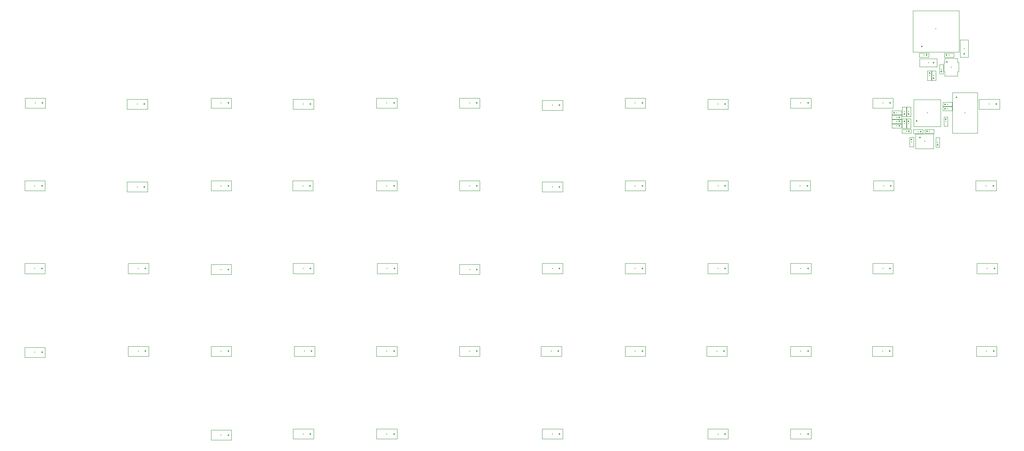
<source format=gbr>
%TF.GenerationSoftware,KiCad,Pcbnew,9.0.6*%
%TF.CreationDate,2026-01-13T21:59:34-05:00*%
%TF.ProjectId,60_keyboard,36305f6b-6579-4626-9f61-72642e6b6963,rev?*%
%TF.SameCoordinates,Original*%
%TF.FileFunction,Component,L2,Bot*%
%TF.FilePolarity,Positive*%
%FSLAX46Y46*%
G04 Gerber Fmt 4.6, Leading zero omitted, Abs format (unit mm)*
G04 Created by KiCad (PCBNEW 9.0.6) date 2026-01-13 21:59:34*
%MOMM*%
%LPD*%
G01*
G04 APERTURE LIST*
%TA.AperFunction,ComponentMain*%
%ADD10C,0.300000*%
%TD*%
%TA.AperFunction,ComponentOutline,Courtyard*%
%ADD11C,0.100000*%
%TD*%
%TA.AperFunction,ComponentPin*%
%ADD12P,0.360000X4X0.000000*%
%TD*%
%TA.AperFunction,ComponentPin*%
%ADD13C,0.100000*%
%TD*%
G04 APERTURE END LIST*
D10*
%TO.C,C14*%
%TO.CFtp,C_0402_1005Metric_Pad0.74x0.62mm_HandSolder*%
%TO.CVal,14p*%
%TO.CLbN,Capacitor_SMD*%
%TO.CMnt,SMD*%
%TO.CRot,90*%
X230400000Y-38457500D03*
D11*
X230855000Y-37372500D02*
X230855000Y-39542500D01*
X229945000Y-39542500D01*
X229945000Y-37372500D01*
X230855000Y-37372500D01*
D12*
%TO.P,C14,1*%
X230400000Y-37890000D03*
D13*
%TO.P,C14,2*%
X230400000Y-39025000D03*
%TD*%
D10*
%TO.C,C12*%
%TO.CFtp,C_0402_1005Metric_Pad0.74x0.62mm_HandSolder*%
%TO.CVal,1u*%
%TO.CLbN,Capacitor_SMD*%
%TO.CMnt,SMD*%
%TO.CRot,0*%
X227000000Y-32750000D03*
D11*
X228085000Y-32295000D02*
X228085000Y-33205000D01*
X225915000Y-33205000D01*
X225915000Y-32295000D01*
X228085000Y-32295000D01*
D12*
%TO.P,C12,1*%
X227567500Y-32750000D03*
D13*
%TO.P,C12,2*%
X226432500Y-32750000D03*
%TD*%
D10*
%TO.C,C11*%
%TO.CFtp,C_0402_1005Metric_Pad0.74x0.62mm_HandSolder*%
%TO.CVal,10u*%
%TO.CLbN,Capacitor_SMD*%
%TO.CMnt,SMD*%
%TO.CRot,0*%
X227000000Y-33750000D03*
D11*
X228085000Y-33295000D02*
X228085000Y-34205000D01*
X225915000Y-34205000D01*
X225915000Y-33295000D01*
X228085000Y-33295000D01*
D12*
%TO.P,C11,1*%
X227567500Y-33750000D03*
D13*
%TO.P,C11,2*%
X226432500Y-33750000D03*
%TD*%
D10*
%TO.C,C10*%
%TO.CFtp,C_0402_1005Metric_Pad0.74x0.62mm_HandSolder*%
%TO.CVal,0.1u*%
%TO.CLbN,Capacitor_SMD*%
%TO.CMnt,SMD*%
%TO.CRot,0*%
X227000000Y-34750000D03*
D11*
X228085000Y-34295000D02*
X228085000Y-35205000D01*
X225915000Y-35205000D01*
X225915000Y-34295000D01*
X228085000Y-34295000D01*
D12*
%TO.P,C10,1*%
X227567500Y-34750000D03*
D13*
%TO.P,C10,2*%
X226432500Y-34750000D03*
%TD*%
D10*
%TO.C,C9*%
%TO.CFtp,C_0402_1005Metric_Pad0.74x0.62mm_HandSolder*%
%TO.CVal,0.1u*%
%TO.CLbN,Capacitor_SMD*%
%TO.CMnt,SMD*%
%TO.CRot,90*%
X229750000Y-34250000D03*
D11*
X230205000Y-33165000D02*
X230205000Y-35335000D01*
X229295000Y-35335000D01*
X229295000Y-33165000D01*
X230205000Y-33165000D01*
D12*
%TO.P,C9,1*%
X229750000Y-33682500D03*
D13*
%TO.P,C9,2*%
X229750000Y-34817500D03*
%TD*%
D10*
%TO.C,C8*%
%TO.CFtp,C_0402_1005Metric_Pad0.74x0.62mm_HandSolder*%
%TO.CVal,1u*%
%TO.CLbN,Capacitor_SMD*%
%TO.CMnt,SMD*%
%TO.CRot,180*%
X234500000Y-36000000D03*
D11*
X235585000Y-35545000D02*
X235585000Y-36455000D01*
X233415000Y-36455000D01*
X233415000Y-35545000D01*
X235585000Y-35545000D01*
D12*
%TO.P,C8,1*%
X233932500Y-36000000D03*
D13*
%TO.P,C8,2*%
X235067500Y-36000000D03*
%TD*%
D10*
%TO.C,C7*%
%TO.CFtp,C_0402_1005Metric_Pad0.74x0.62mm_HandSolder*%
%TO.CVal,10u*%
%TO.CLbN,Capacitor_SMD*%
%TO.CMnt,SMD*%
%TO.CRot,0*%
X229250000Y-36000000D03*
D11*
X230335000Y-35545000D02*
X230335000Y-36455000D01*
X228165000Y-36455000D01*
X228165000Y-35545000D01*
X230335000Y-35545000D01*
D12*
%TO.P,C7,1*%
X229817500Y-36000000D03*
D13*
%TO.P,C7,2*%
X228682500Y-36000000D03*
%TD*%
D10*
%TO.C,C6*%
%TO.CFtp,C_0402_1005Metric_Pad0.74x0.62mm_HandSolder*%
%TO.CVal,0.1u*%
%TO.CLbN,Capacitor_SMD*%
%TO.CMnt,SMD*%
%TO.CRot,180*%
X238650000Y-29805000D03*
D11*
X239735000Y-29350000D02*
X239735000Y-30260000D01*
X237565000Y-30260000D01*
X237565000Y-29350000D01*
X239735000Y-29350000D01*
D12*
%TO.P,C6,1*%
X238082500Y-29805000D03*
D13*
%TO.P,C6,2*%
X239217500Y-29805000D03*
%TD*%
D10*
%TO.C,C5*%
%TO.CFtp,C_0402_1005Metric_Pad0.74x0.62mm_HandSolder*%
%TO.CVal,1u*%
%TO.CLbN,Capacitor_SMD*%
%TO.CMnt,SMD*%
%TO.CRot,180*%
X238650000Y-30805000D03*
D11*
X239735000Y-30350000D02*
X239735000Y-31260000D01*
X237565000Y-31260000D01*
X237565000Y-30350000D01*
X239735000Y-30350000D01*
D12*
%TO.P,C5,1*%
X238082500Y-30805000D03*
D13*
%TO.P,C5,2*%
X239217500Y-30805000D03*
%TD*%
D10*
%TO.C,C4*%
%TO.CFtp,C_0402_1005Metric_Pad0.74x0.62mm_HandSolder*%
%TO.CVal,0.1u*%
%TO.CLbN,Capacitor_SMD*%
%TO.CMnt,SMD*%
%TO.CRot,90*%
X238250000Y-33750000D03*
D11*
X238705000Y-32665000D02*
X238705000Y-34835000D01*
X237795000Y-34835000D01*
X237795000Y-32665000D01*
X238705000Y-32665000D01*
D12*
%TO.P,C4,1*%
X238250000Y-33182500D03*
D13*
%TO.P,C4,2*%
X238250000Y-34317500D03*
%TD*%
D10*
%TO.C,C3*%
%TO.CFtp,C_0402_1005Metric_Pad0.74x0.62mm_HandSolder*%
%TO.CVal,0.1u*%
%TO.CLbN,Capacitor_SMD*%
%TO.CMnt,SMD*%
%TO.CRot,-90*%
X229750000Y-31500000D03*
D11*
X230205000Y-30415000D02*
X230205000Y-32585000D01*
X229295000Y-32585000D01*
X229295000Y-30415000D01*
X230205000Y-30415000D01*
D12*
%TO.P,C3,1*%
X229750000Y-32067500D03*
D13*
%TO.P,C3,2*%
X229750000Y-30932500D03*
%TD*%
D10*
%TO.C,C15*%
%TO.CFtp,C_0402_1005Metric_Pad0.74x0.62mm_HandSolder*%
%TO.CVal,14p*%
%TO.CLbN,Capacitor_SMD*%
%TO.CMnt,SMD*%
%TO.CRot,-90*%
X236400000Y-38555000D03*
D11*
X236855000Y-37470000D02*
X236855000Y-39640000D01*
X235945000Y-39640000D01*
X235945000Y-37470000D01*
X236855000Y-37470000D01*
D12*
%TO.P,C15,1*%
X236400000Y-39122500D03*
D13*
%TO.P,C15,2*%
X236400000Y-37987500D03*
%TD*%
D10*
%TO.C,D85*%
%TO.CFtp,D_SOD-123*%
%TO.CVal,BAV16W*%
%TO.CLbN,Diode_SMD*%
%TO.CMnt,SMD*%
%TO.CRot,0*%
X147750000Y-86500000D03*
D11*
X150095000Y-85355000D02*
X150095000Y-87645000D01*
X145405000Y-87645000D01*
X145405000Y-85355000D01*
X150095000Y-85355000D01*
D12*
%TO.P,D85,1,K*%
X149400000Y-86500000D03*
D13*
%TO.P,D85,2,A*%
X146100000Y-86500000D03*
%TD*%
D10*
%TO.C,D83*%
%TO.CFtp,D_SOD-123*%
%TO.CVal,BAV16W*%
%TO.CLbN,Diode_SMD*%
%TO.CMnt,SMD*%
%TO.CRot,0*%
X148000000Y-48750000D03*
D11*
X150345000Y-47605000D02*
X150345000Y-49895000D01*
X145655000Y-49895000D01*
X145655000Y-47605000D01*
X150345000Y-47605000D01*
D12*
%TO.P,D83,1,K*%
X149650000Y-48750000D03*
D13*
%TO.P,D83,2,A*%
X146350000Y-48750000D03*
%TD*%
D10*
%TO.C,D61*%
%TO.CFtp,D_SOD-123*%
%TO.CVal,BAV16W*%
%TO.CLbN,Diode_SMD*%
%TO.CMnt,SMD*%
%TO.CRot,0*%
X53000000Y-67500000D03*
D11*
X55345000Y-66355000D02*
X55345000Y-68645000D01*
X50655000Y-68645000D01*
X50655000Y-66355000D01*
X55345000Y-66355000D01*
D12*
%TO.P,D61,1,K*%
X54650000Y-67500000D03*
D13*
%TO.P,D61,2,A*%
X51350000Y-67500000D03*
%TD*%
D10*
%TO.C,D71*%
%TO.CFtp,D_SOD-123*%
%TO.CVal,BAV16W*%
%TO.CLbN,Diode_SMD*%
%TO.CMnt,SMD*%
%TO.CRot,0*%
X91100000Y-86500000D03*
D11*
X93445000Y-85355000D02*
X93445000Y-87645000D01*
X88755000Y-87645000D01*
X88755000Y-85355000D01*
X93445000Y-85355000D01*
D12*
%TO.P,D71,1,K*%
X92750000Y-86500000D03*
D13*
%TO.P,D71,2,A*%
X89450000Y-86500000D03*
%TD*%
D10*
%TO.C,D95*%
%TO.CFtp,D_SOD-123*%
%TO.CVal,BAV16W*%
%TO.CLbN,Diode_SMD*%
%TO.CMnt,SMD*%
%TO.CRot,0*%
X186000000Y-105500000D03*
D11*
X188345000Y-104355000D02*
X188345000Y-106645000D01*
X183655000Y-106645000D01*
X183655000Y-104355000D01*
X188345000Y-104355000D01*
D12*
%TO.P,D95,1,K*%
X187650000Y-105500000D03*
D13*
%TO.P,D95,2,A*%
X184350000Y-105500000D03*
%TD*%
D10*
%TO.C,D72*%
%TO.CFtp,D_SOD-123*%
%TO.CVal,BAV16W*%
%TO.CLbN,Diode_SMD*%
%TO.CMnt,SMD*%
%TO.CRot,0*%
X90850000Y-105500000D03*
D11*
X93195000Y-104355000D02*
X93195000Y-106645000D01*
X88505000Y-106645000D01*
X88505000Y-104355000D01*
X93195000Y-104355000D01*
D12*
%TO.P,D72,1,K*%
X92500000Y-105500000D03*
D13*
%TO.P,D72,2,A*%
X89200000Y-105500000D03*
%TD*%
D10*
%TO.C,D55*%
%TO.CFtp,D_SOD-123*%
%TO.CVal,BAV16W*%
%TO.CLbN,Diode_SMD*%
%TO.CMnt,SMD*%
%TO.CRot,0*%
X29350000Y-29500000D03*
D11*
X31695000Y-28355000D02*
X31695000Y-30645000D01*
X27005000Y-30645000D01*
X27005000Y-28355000D01*
X31695000Y-28355000D01*
D12*
%TO.P,D55,1,K*%
X31000000Y-29500000D03*
D13*
%TO.P,D55,2,A*%
X27700000Y-29500000D03*
%TD*%
D10*
%TO.C,D87*%
%TO.CFtp,D_SOD-123*%
%TO.CVal,BAV16W*%
%TO.CLbN,Diode_SMD*%
%TO.CMnt,SMD*%
%TO.CRot,0*%
X167000000Y-29500000D03*
D11*
X169345000Y-28355000D02*
X169345000Y-30645000D01*
X164655000Y-30645000D01*
X164655000Y-28355000D01*
X169345000Y-28355000D01*
D12*
%TO.P,D87,1,K*%
X168650000Y-29500000D03*
D13*
%TO.P,D87,2,A*%
X165350000Y-29500000D03*
%TD*%
D10*
%TO.C,D67*%
%TO.CFtp,D_SOD-123*%
%TO.CVal,BAV16W*%
%TO.CLbN,Diode_SMD*%
%TO.CMnt,SMD*%
%TO.CRot,0*%
X72000000Y-105750000D03*
D11*
X74345000Y-104605000D02*
X74345000Y-106895000D01*
X69655000Y-106895000D01*
X69655000Y-104605000D01*
X74345000Y-104605000D01*
D12*
%TO.P,D67,1,K*%
X73650000Y-105750000D03*
D13*
%TO.P,D67,2,A*%
X70350000Y-105750000D03*
%TD*%
D10*
%TO.C,D80*%
%TO.CFtp,D_SOD-123*%
%TO.CVal,BAV16W*%
%TO.CLbN,Diode_SMD*%
%TO.CMnt,SMD*%
%TO.CRot,0*%
X129000000Y-67750000D03*
D11*
X131345000Y-66605000D02*
X131345000Y-68895000D01*
X126655000Y-68895000D01*
X126655000Y-66605000D01*
X131345000Y-66605000D01*
D12*
%TO.P,D80,1,K*%
X130650000Y-67750000D03*
D13*
%TO.P,D80,2,A*%
X127350000Y-67750000D03*
%TD*%
D10*
%TO.C,D70*%
%TO.CFtp,D_SOD-123*%
%TO.CVal,BAV16W*%
%TO.CLbN,Diode_SMD*%
%TO.CMnt,SMD*%
%TO.CRot,0*%
X90850000Y-67500000D03*
D11*
X93195000Y-66355000D02*
X93195000Y-68645000D01*
X88505000Y-68645000D01*
X88505000Y-66355000D01*
X93195000Y-66355000D01*
D12*
%TO.P,D70,1,K*%
X92500000Y-67500000D03*
D13*
%TO.P,D70,2,A*%
X89200000Y-67500000D03*
%TD*%
D10*
%TO.C,D73*%
%TO.CFtp,D_SOD-123*%
%TO.CVal,BAV16W*%
%TO.CLbN,Diode_SMD*%
%TO.CMnt,SMD*%
%TO.CRot,0*%
X110000000Y-29500000D03*
D11*
X112345000Y-28355000D02*
X112345000Y-30645000D01*
X107655000Y-30645000D01*
X107655000Y-28355000D01*
X112345000Y-28355000D01*
D12*
%TO.P,D73,1,K*%
X111650000Y-29500000D03*
D13*
%TO.P,D73,2,A*%
X108350000Y-29500000D03*
%TD*%
D10*
%TO.C,D77*%
%TO.CFtp,D_SOD-123*%
%TO.CVal,BAV16W*%
%TO.CLbN,Diode_SMD*%
%TO.CMnt,SMD*%
%TO.CRot,0*%
X110000000Y-105500000D03*
D11*
X112345000Y-104355000D02*
X112345000Y-106645000D01*
X107655000Y-106645000D01*
X107655000Y-104355000D01*
X112345000Y-104355000D01*
D12*
%TO.P,D77,1,K*%
X111650000Y-105500000D03*
D13*
%TO.P,D77,2,A*%
X108350000Y-105500000D03*
%TD*%
D10*
%TO.C,D102*%
%TO.CFtp,D_SOD-123*%
%TO.CVal,BAV16W*%
%TO.CLbN,Diode_SMD*%
%TO.CMnt,SMD*%
%TO.CRot,0*%
X224000000Y-48500000D03*
D11*
X226345000Y-47355000D02*
X226345000Y-49645000D01*
X221655000Y-49645000D01*
X221655000Y-47355000D01*
X226345000Y-47355000D01*
D12*
%TO.P,D102,1,K*%
X225650000Y-48500000D03*
D13*
%TO.P,D102,2,A*%
X222350000Y-48500000D03*
%TD*%
D10*
%TO.C,D104*%
%TO.CFtp,D_SOD-123*%
%TO.CVal,BAV16W*%
%TO.CLbN,Diode_SMD*%
%TO.CMnt,SMD*%
%TO.CRot,0*%
X223750000Y-86500000D03*
D11*
X226095000Y-85355000D02*
X226095000Y-87645000D01*
X221405000Y-87645000D01*
X221405000Y-85355000D01*
X226095000Y-85355000D01*
D12*
%TO.P,D104,1,K*%
X225400000Y-86500000D03*
D13*
%TO.P,D104,2,A*%
X222100000Y-86500000D03*
%TD*%
D10*
%TO.C,J1*%
%TO.CFtp,USB_C_Receptacle_HRO_TYPE-C-31-M-12*%
%TO.CVal,USB_C_Receptacle_USB2.0_16P*%
%TO.CLbN,Connector_USB*%
%TO.CMnt,SMD*%
%TO.CRot,180*%
X236000000Y-12500000D03*
D11*
X241315000Y-8355000D02*
X241315000Y-17765000D01*
X230685000Y-17765000D01*
X230685000Y-8355000D01*
X241315000Y-8355000D01*
D12*
%TO.P,J1,A1,GND*%
X232750000Y-16545000D03*
D13*
%TO.P,J1,*%
X233110000Y-15100000D03*
X238890000Y-15100000D03*
%TO.P,J1,A4,VBUS*%
X233550000Y-16545000D03*
%TO.P,J1,A5,CC1*%
X234750000Y-16545000D03*
%TO.P,J1,A6,D+*%
X235750000Y-16545000D03*
%TO.P,J1,A7,D-*%
X236250000Y-16545000D03*
%TO.P,J1,A8,SBU1*%
X237250000Y-16545000D03*
%TO.P,J1,A9,VBUS*%
X238450000Y-16545000D03*
%TO.P,J1,A12,GND*%
X239250000Y-16545000D03*
%TO.P,J1,B1,GND*%
X239250000Y-16545000D03*
%TO.P,J1,B4,VBUS*%
X238450000Y-16545000D03*
%TO.P,J1,B5,CC2*%
X237750000Y-16545000D03*
%TO.P,J1,B6,D+*%
X236750000Y-16545000D03*
%TO.P,J1,B7,D-*%
X235250000Y-16545000D03*
%TO.P,J1,B8,SBU2*%
X234250000Y-16545000D03*
%TO.P,J1,B9,VBUS*%
X233550000Y-16545000D03*
%TO.P,J1,B12,GND*%
X232750000Y-16545000D03*
%TO.P,J1,S1,SHIELD*%
X231680000Y-11450000D03*
X231680000Y-15630000D03*
X240320000Y-11450000D03*
X240320000Y-15630000D03*
%TD*%
D10*
%TO.C,R7*%
%TO.CFtp,R_0402_1005Metric_Pad0.72x0.64mm_HandSolder*%
%TO.CVal,22*%
%TO.CLbN,Resistor_SMD*%
%TO.CMnt,SMD*%
%TO.CRot,90*%
X234500000Y-23250000D03*
D11*
X234965000Y-22145000D02*
X234965000Y-24355000D01*
X234035000Y-24355000D01*
X234035000Y-22145000D01*
X234965000Y-22145000D01*
D12*
%TO.P,R7,1*%
X234500000Y-22652500D03*
D13*
%TO.P,R7,2*%
X234500000Y-23847500D03*
%TD*%
D10*
%TO.C,D1*%
%TO.CFtp,D_SOD-323_HandSoldering*%
%TO.CVal,D_TVS*%
%TO.CLbN,Diode_SMD*%
%TO.CMnt,SMD*%
%TO.CRot,-90*%
X242500000Y-17000000D03*
D11*
X243445000Y-15005000D02*
X243445000Y-18995000D01*
X241555000Y-18995000D01*
X241555000Y-15005000D01*
X243445000Y-15005000D01*
D12*
%TO.P,D1,1,A1*%
X242500000Y-18250000D03*
D13*
%TO.P,D1,2,A2*%
X242500000Y-15750000D03*
%TD*%
D10*
%TO.C,D76*%
%TO.CFtp,D_SOD-123*%
%TO.CVal,BAV16W*%
%TO.CLbN,Diode_SMD*%
%TO.CMnt,SMD*%
%TO.CRot,0*%
X110000000Y-86500000D03*
D11*
X112345000Y-85355000D02*
X112345000Y-87645000D01*
X107655000Y-87645000D01*
X107655000Y-85355000D01*
X112345000Y-85355000D01*
D12*
%TO.P,D76,1,K*%
X111650000Y-86500000D03*
D13*
%TO.P,D76,2,A*%
X108350000Y-86500000D03*
%TD*%
D10*
%TO.C,D78*%
%TO.CFtp,D_SOD-123*%
%TO.CVal,BAV16W*%
%TO.CLbN,Diode_SMD*%
%TO.CMnt,SMD*%
%TO.CRot,0*%
X129000000Y-29500000D03*
D11*
X131345000Y-28355000D02*
X131345000Y-30645000D01*
X126655000Y-30645000D01*
X126655000Y-28355000D01*
X131345000Y-28355000D01*
D12*
%TO.P,D78,1,K*%
X130650000Y-29500000D03*
D13*
%TO.P,D78,2,A*%
X127350000Y-29500000D03*
%TD*%
D10*
%TO.C,D101*%
%TO.CFtp,D_SOD-123*%
%TO.CVal,BAV16W*%
%TO.CLbN,Diode_SMD*%
%TO.CMnt,SMD*%
%TO.CRot,0*%
X223850000Y-29500000D03*
D11*
X226195000Y-28355000D02*
X226195000Y-30645000D01*
X221505000Y-30645000D01*
X221505000Y-28355000D01*
X226195000Y-28355000D01*
D12*
%TO.P,D101,1,K*%
X225500000Y-29500000D03*
D13*
%TO.P,D101,2,A*%
X222200000Y-29500000D03*
%TD*%
D10*
%TO.C,D56*%
%TO.CFtp,D_SOD-123*%
%TO.CVal,BAV16W*%
%TO.CLbN,Diode_SMD*%
%TO.CMnt,SMD*%
%TO.CRot,0*%
X29250000Y-48500000D03*
D11*
X31595000Y-47355000D02*
X31595000Y-49645000D01*
X26905000Y-49645000D01*
X26905000Y-47355000D01*
X31595000Y-47355000D01*
D12*
%TO.P,D56,1,K*%
X30900000Y-48500000D03*
D13*
%TO.P,D56,2,A*%
X27600000Y-48500000D03*
%TD*%
D10*
%TO.C,D92*%
%TO.CFtp,D_SOD-123*%
%TO.CVal,BAV16W*%
%TO.CLbN,Diode_SMD*%
%TO.CMnt,SMD*%
%TO.CRot,0*%
X186000000Y-48500000D03*
D11*
X188345000Y-47355000D02*
X188345000Y-49645000D01*
X183655000Y-49645000D01*
X183655000Y-47355000D01*
X188345000Y-47355000D01*
D12*
%TO.P,D92,1,K*%
X187650000Y-48500000D03*
D13*
%TO.P,D92,2,A*%
X184350000Y-48500000D03*
%TD*%
D10*
%TO.C,D89*%
%TO.CFtp,D_SOD-123*%
%TO.CVal,BAV16W*%
%TO.CLbN,Diode_SMD*%
%TO.CMnt,SMD*%
%TO.CRot,0*%
X167000000Y-67500000D03*
D11*
X169345000Y-66355000D02*
X169345000Y-68645000D01*
X164655000Y-68645000D01*
X164655000Y-66355000D01*
X169345000Y-66355000D01*
D12*
%TO.P,D89,1,K*%
X168650000Y-67500000D03*
D13*
%TO.P,D89,2,A*%
X165350000Y-67500000D03*
%TD*%
D10*
%TO.C,D68*%
%TO.CFtp,D_SOD-123*%
%TO.CVal,BAV16W*%
%TO.CLbN,Diode_SMD*%
%TO.CMnt,SMD*%
%TO.CRot,0*%
X90850000Y-29750000D03*
D11*
X93195000Y-28605000D02*
X93195000Y-30895000D01*
X88505000Y-30895000D01*
X88505000Y-28605000D01*
X93195000Y-28605000D01*
D12*
%TO.P,D68,1,K*%
X92500000Y-29750000D03*
D13*
%TO.P,D68,2,A*%
X89200000Y-29750000D03*
%TD*%
D10*
%TO.C,C1*%
%TO.CFtp,C_0402_1005Metric_Pad0.74x0.62mm_HandSolder*%
%TO.CVal,10u*%
%TO.CLbN,Capacitor_SMD*%
%TO.CMnt,SMD*%
%TO.CRot,180*%
X239000000Y-18500000D03*
D11*
X240085000Y-18045000D02*
X240085000Y-18955000D01*
X237915000Y-18955000D01*
X237915000Y-18045000D01*
X240085000Y-18045000D01*
D12*
%TO.P,C1,1*%
X238432500Y-18500000D03*
D13*
%TO.P,C1,2*%
X239567500Y-18500000D03*
%TD*%
D10*
%TO.C,D79*%
%TO.CFtp,D_SOD-123*%
%TO.CVal,BAV16W*%
%TO.CLbN,Diode_SMD*%
%TO.CMnt,SMD*%
%TO.CRot,0*%
X129000000Y-48500000D03*
D11*
X131345000Y-47355000D02*
X131345000Y-49645000D01*
X126655000Y-49645000D01*
X126655000Y-47355000D01*
X131345000Y-47355000D01*
D12*
%TO.P,D79,1,K*%
X130650000Y-48500000D03*
D13*
%TO.P,D79,2,A*%
X127350000Y-48500000D03*
%TD*%
D10*
%TO.C,Y1*%
%TO.CFtp,XTAL_7M40000049*%
%TO.CVal,7M40000049*%
%TO.CLbN,ESP32*%
%TO.CMnt,SMD*%
%TO.CRot,90*%
X233400000Y-38305000D03*
D11*
X235445000Y-36610000D02*
X235445000Y-40000000D01*
X231355000Y-40000000D01*
X231355000Y-36610000D01*
X235445000Y-36610000D01*
D12*
%TO.P,Y1,1*%
X232300000Y-37455000D03*
D13*
%TO.P,Y1,2,GND*%
X234500000Y-37455000D03*
%TO.P,Y1,3*%
X234500000Y-39155000D03*
%TO.P,Y1,4,GND_*%
X232300000Y-39155000D03*
%TD*%
D10*
%TO.C,R8*%
%TO.CFtp,R_0402_1005Metric_Pad0.72x0.64mm_HandSolder*%
%TO.CVal,22*%
%TO.CLbN,Resistor_SMD*%
%TO.CMnt,SMD*%
%TO.CRot,-90*%
X235500000Y-23250000D03*
D11*
X235965000Y-22145000D02*
X235965000Y-24355000D01*
X235035000Y-24355000D01*
X235035000Y-22145000D01*
X235965000Y-22145000D01*
D12*
%TO.P,R8,1*%
X235500000Y-23847500D03*
D13*
%TO.P,R8,2*%
X235500000Y-22652500D03*
%TD*%
D10*
%TO.C,D64*%
%TO.CFtp,D_SOD-123*%
%TO.CVal,BAV16W*%
%TO.CLbN,Diode_SMD*%
%TO.CMnt,SMD*%
%TO.CRot,0*%
X72000000Y-48500000D03*
D11*
X74345000Y-47355000D02*
X74345000Y-49645000D01*
X69655000Y-49645000D01*
X69655000Y-47355000D01*
X74345000Y-47355000D01*
D12*
%TO.P,D64,1,K*%
X73650000Y-48500000D03*
D13*
%TO.P,D64,2,A*%
X70350000Y-48500000D03*
%TD*%
D10*
%TO.C,U3*%
%TO.CFtp,SOIC127P790X216-8N*%
%TO.CVal,~*%
%TO.CLbN,ESP32*%
%TO.CMnt,SMD*%
%TO.CRot,90*%
X242650000Y-31805000D03*
D11*
X245510000Y-27150000D02*
X245510000Y-36460000D01*
X239790000Y-36460000D01*
X239790000Y-27150000D01*
X245510000Y-27150000D01*
D12*
%TO.P,U3,1,~CS*%
X240745000Y-28200000D03*
D13*
%TO.P,U3,2,SO(IO1)*%
X242015000Y-28200000D03*
%TO.P,U3,3,~WP(IO2)*%
X243285000Y-28200000D03*
%TO.P,U3,4,VSS*%
X244555000Y-28200000D03*
%TO.P,U3,5,SI(IO0)*%
X244555000Y-35410000D03*
%TO.P,U3,6,SCLK*%
X243285000Y-35410000D03*
%TO.P,U3,7,~HOLD(IO3)*%
X242015000Y-35410000D03*
%TO.P,U3,8,VCC*%
X240745000Y-35410000D03*
%TD*%
D10*
%TO.C,D63*%
%TO.CFtp,D_SOD-123*%
%TO.CVal,BAV16W*%
%TO.CLbN,Diode_SMD*%
%TO.CMnt,SMD*%
%TO.CRot,0*%
X72000000Y-29500000D03*
D11*
X74345000Y-28355000D02*
X74345000Y-30645000D01*
X69655000Y-30645000D01*
X69655000Y-28355000D01*
X74345000Y-28355000D01*
D12*
%TO.P,D63,1,K*%
X73650000Y-29500000D03*
D13*
%TO.P,D63,2,A*%
X70350000Y-29500000D03*
%TD*%
D10*
%TO.C,D90*%
%TO.CFtp,D_SOD-123*%
%TO.CVal,BAV16W*%
%TO.CLbN,Diode_SMD*%
%TO.CMnt,SMD*%
%TO.CRot,0*%
X167000000Y-86500000D03*
D11*
X169345000Y-85355000D02*
X169345000Y-87645000D01*
X164655000Y-87645000D01*
X164655000Y-85355000D01*
X169345000Y-85355000D01*
D12*
%TO.P,D90,1,K*%
X168650000Y-86500000D03*
D13*
%TO.P,D90,2,A*%
X165350000Y-86500000D03*
%TD*%
D10*
%TO.C,D84*%
%TO.CFtp,D_SOD-123*%
%TO.CVal,BAV16W*%
%TO.CLbN,Diode_SMD*%
%TO.CMnt,SMD*%
%TO.CRot,0*%
X148000000Y-67500000D03*
D11*
X150345000Y-66355000D02*
X150345000Y-68645000D01*
X145655000Y-68645000D01*
X145655000Y-66355000D01*
X150345000Y-66355000D01*
D12*
%TO.P,D84,1,K*%
X149650000Y-67500000D03*
D13*
%TO.P,D84,2,A*%
X146350000Y-67500000D03*
%TD*%
D10*
%TO.C,D60*%
%TO.CFtp,D_SOD-123*%
%TO.CVal,BAV16W*%
%TO.CLbN,Diode_SMD*%
%TO.CMnt,SMD*%
%TO.CRot,0*%
X52750000Y-48750000D03*
D11*
X55095000Y-47605000D02*
X55095000Y-49895000D01*
X50405000Y-49895000D01*
X50405000Y-47605000D01*
X55095000Y-47605000D01*
D12*
%TO.P,D60,1,K*%
X54400000Y-48750000D03*
D13*
%TO.P,D60,2,A*%
X51100000Y-48750000D03*
%TD*%
D10*
%TO.C,D103*%
%TO.CFtp,D_SOD-123*%
%TO.CVal,BAV16W*%
%TO.CLbN,Diode_SMD*%
%TO.CMnt,SMD*%
%TO.CRot,0*%
X223850000Y-67500000D03*
D11*
X226195000Y-66355000D02*
X226195000Y-68645000D01*
X221505000Y-68645000D01*
X221505000Y-66355000D01*
X226195000Y-66355000D01*
D12*
%TO.P,D103,1,K*%
X225500000Y-67500000D03*
D13*
%TO.P,D103,2,A*%
X222200000Y-67500000D03*
%TD*%
D10*
%TO.C,D74*%
%TO.CFtp,D_SOD-123*%
%TO.CVal,BAV16W*%
%TO.CLbN,Diode_SMD*%
%TO.CMnt,SMD*%
%TO.CRot,0*%
X110000000Y-48500000D03*
D11*
X112345000Y-47355000D02*
X112345000Y-49645000D01*
X107655000Y-49645000D01*
X107655000Y-47355000D01*
X112345000Y-47355000D01*
D12*
%TO.P,D74,1,K*%
X111650000Y-48500000D03*
D13*
%TO.P,D74,2,A*%
X108350000Y-48500000D03*
%TD*%
D10*
%TO.C,D58*%
%TO.CFtp,D_SOD-123*%
%TO.CVal,BAV16W*%
%TO.CLbN,Diode_SMD*%
%TO.CMnt,SMD*%
%TO.CRot,0*%
X29250000Y-86750000D03*
D11*
X31595000Y-85605000D02*
X31595000Y-87895000D01*
X26905000Y-87895000D01*
X26905000Y-85605000D01*
X31595000Y-85605000D01*
D12*
%TO.P,D58,1,K*%
X30900000Y-86750000D03*
D13*
%TO.P,D58,2,A*%
X27600000Y-86750000D03*
%TD*%
D10*
%TO.C,D105*%
%TO.CFtp,D_SOD-123*%
%TO.CVal,BAV16W*%
%TO.CLbN,Diode_SMD*%
%TO.CMnt,SMD*%
%TO.CRot,0*%
X248250000Y-29750000D03*
D11*
X250595000Y-28605000D02*
X250595000Y-30895000D01*
X245905000Y-30895000D01*
X245905000Y-28605000D01*
X250595000Y-28605000D01*
D12*
%TO.P,D105,1,K*%
X249900000Y-29750000D03*
D13*
%TO.P,D105,2,A*%
X246600000Y-29750000D03*
%TD*%
D10*
%TO.C,L1*%
%TO.CFtp,L_0402_1005Metric_Pad0.77x0.64mm_HandSolder*%
%TO.CVal,2n*%
%TO.CLbN,Inductor_SMD*%
%TO.CMnt,SMD*%
%TO.CRot,90*%
X228750000Y-34250000D03*
D11*
X229215000Y-33145000D02*
X229215000Y-35355000D01*
X228285000Y-35355000D01*
X228285000Y-33145000D01*
X229215000Y-33145000D01*
D12*
%TO.P,L1,1,1*%
X228750000Y-33677500D03*
D13*
%TO.P,L1,2,2*%
X228750000Y-34822500D03*
%TD*%
D10*
%TO.C,D5*%
%TO.CFtp,D_SOD-323_HandSoldering*%
%TO.CVal,D_TVS*%
%TO.CLbN,Diode_SMD*%
%TO.CMnt,SMD*%
%TO.CRot,0*%
X234250000Y-20250000D03*
D11*
X236245000Y-19305000D02*
X236245000Y-21195000D01*
X232255000Y-21195000D01*
X232255000Y-19305000D01*
X236245000Y-19305000D01*
D12*
%TO.P,D5,1,A1*%
X235500000Y-20250000D03*
D13*
%TO.P,D5,2,A2*%
X233000000Y-20250000D03*
%TD*%
D10*
%TO.C,D107*%
%TO.CFtp,D_SOD-123*%
%TO.CVal,BAV16W*%
%TO.CLbN,Diode_SMD*%
%TO.CMnt,SMD*%
%TO.CRot,0*%
X247750000Y-67500000D03*
D11*
X250095000Y-66355000D02*
X250095000Y-68645000D01*
X245405000Y-68645000D01*
X245405000Y-66355000D01*
X250095000Y-66355000D01*
D12*
%TO.P,D107,1,K*%
X249400000Y-67500000D03*
D13*
%TO.P,D107,2,A*%
X246100000Y-67500000D03*
%TD*%
D10*
%TO.C,U2*%
%TO.CFtp,SOT-23-5*%
%TO.CVal,XC6220B331MR*%
%TO.CLbN,Package_TO_SOT_SMD*%
%TO.CMnt,SMD*%
%TO.CRot,90*%
X239500000Y-21250000D03*
D11*
X240995000Y-19205000D02*
X240995000Y-20205000D01*
X241195000Y-20205000D01*
X241195000Y-22295000D01*
X240995000Y-22295000D01*
X240995000Y-23295000D01*
X238005000Y-23295000D01*
X238005000Y-22295000D01*
X237805000Y-22295000D01*
X237805000Y-20205000D01*
X238005000Y-20205000D01*
X238005000Y-19205000D01*
X240995000Y-19205000D01*
D12*
%TO.P,U2,1,VIN*%
X238550000Y-20112500D03*
D13*
%TO.P,U2,2,GND*%
X239500000Y-20112500D03*
%TO.P,U2,3,CE*%
X240450000Y-20112500D03*
%TO.P,U2,4,NC*%
X240450000Y-22387500D03*
%TO.P,U2,5,VOUT*%
X238550000Y-22387500D03*
%TD*%
D10*
%TO.C,U1*%
%TO.CFtp,QFN40P500X500X90-41N*%
%TO.CVal,ESP32-C6*%
%TO.CLbN,ESP32*%
%TO.CMnt,SMD*%
%TO.CRot,180*%
X234000000Y-31805000D03*
D11*
X237095000Y-28710000D02*
X237095000Y-34900000D01*
X230905000Y-34900000D01*
X230905000Y-28710000D01*
X237095000Y-28710000D01*
D12*
%TO.P,U1,1,ANT*%
X231555000Y-33605000D03*
D13*
%TO.P,U1,2,VDDA3P3*%
X231555000Y-33205000D03*
%TO.P,U1,3,VDDA3P3__1*%
X231555000Y-32805000D03*
%TO.P,U1,4,CHIP_PU*%
X231555000Y-32405000D03*
%TO.P,U1,5,VDDPST1*%
X231555000Y-32005000D03*
%TO.P,U1,6,GPIO0/XTAL_32K_P*%
X231555000Y-31605000D03*
%TO.P,U1,7,GPIO1/XTAL_32K_N*%
X231555000Y-31205000D03*
%TO.P,U1,8,GPIO2*%
X231555000Y-30805000D03*
%TO.P,U1,9,GPIO3*%
X231555000Y-30405000D03*
%TO.P,U1,10,GPIO4/MTMS*%
X231555000Y-30005000D03*
%TO.P,U1,11,GPIO5/MTDI*%
X232200000Y-29360000D03*
%TO.P,U1,12,GPIO6/MTCK*%
X232600000Y-29360000D03*
%TO.P,U1,13,GPIO7/MTDO*%
X233000000Y-29360000D03*
%TO.P,U1,14,GPIO8*%
X233400000Y-29360000D03*
%TO.P,U1,15,GPIO9*%
X233800000Y-29360000D03*
%TO.P,U1,16,GPIO10*%
X234200000Y-29360000D03*
%TO.P,U1,17,GPIO11*%
X234600000Y-29360000D03*
%TO.P,U1,18,USB_D-/GPIO12*%
X235000000Y-29360000D03*
%TO.P,U1,19,USB_D+/GPIO13*%
X235400000Y-29360000D03*
%TO.P,U1,20,SPICS0/GPIO24*%
X235800000Y-29360000D03*
%TO.P,U1,21,SPIQ/GPIO25*%
X236445000Y-30005000D03*
%TO.P,U1,22,SPIWP/GPIO26*%
X236445000Y-30405000D03*
%TO.P,U1,23,VDD_SPI*%
X236445000Y-30805000D03*
%TO.P,U1,24,SPIHD/GPIO28*%
X236445000Y-31205000D03*
%TO.P,U1,25,SPICLK/GPIO29*%
X236445000Y-31605000D03*
%TO.P,U1,26,SPID/GPIO30*%
X236445000Y-32005000D03*
%TO.P,U1,27,GPIO15*%
X236445000Y-32405000D03*
%TO.P,U1,28,VDDPST2*%
X236445000Y-32805000D03*
%TO.P,U1,29,U0TXD/GPIO16*%
X236445000Y-33205000D03*
%TO.P,U1,30,U0RXD/GPIO17*%
X236445000Y-33605000D03*
%TO.P,U1,31,SDIO_CMD/GPIO18*%
X235800000Y-34250000D03*
%TO.P,U1,32,SDIO_CLK/GPIO19*%
X235400000Y-34250000D03*
%TO.P,U1,33,SDIO_DATA0/GPIO20*%
X235000000Y-34250000D03*
%TO.P,U1,34,SDIO_DATA1/GPIO21*%
X234600000Y-34250000D03*
%TO.P,U1,35,SDIO_DATA2/GPIO22*%
X234200000Y-34250000D03*
%TO.P,U1,36,SDIO_DATA3/GPIO23*%
X233800000Y-34250000D03*
%TO.P,U1,37,VDDA1*%
X233400000Y-34250000D03*
%TO.P,U1,38,XTAL_N*%
X233000000Y-34250000D03*
%TO.P,U1,39,XTAL_P*%
X232600000Y-34250000D03*
%TO.P,U1,40,VDDA2*%
X232200000Y-34250000D03*
%TO.P,U1,41,GND*%
X234000000Y-31805000D03*
%TD*%
D10*
%TO.C,D93*%
%TO.CFtp,D_SOD-123*%
%TO.CVal,BAV16W*%
%TO.CLbN,Diode_SMD*%
%TO.CMnt,SMD*%
%TO.CRot,0*%
X186000000Y-67500000D03*
D11*
X188345000Y-66355000D02*
X188345000Y-68645000D01*
X183655000Y-68645000D01*
X183655000Y-66355000D01*
X188345000Y-66355000D01*
D12*
%TO.P,D93,1,K*%
X187650000Y-67500000D03*
D13*
%TO.P,D93,2,A*%
X184350000Y-67500000D03*
%TD*%
D10*
%TO.C,D65*%
%TO.CFtp,D_SOD-123*%
%TO.CVal,BAV16W*%
%TO.CLbN,Diode_SMD*%
%TO.CMnt,SMD*%
%TO.CRot,0*%
X72000000Y-67750000D03*
D11*
X74345000Y-66605000D02*
X74345000Y-68895000D01*
X69655000Y-68895000D01*
X69655000Y-66605000D01*
X74345000Y-66605000D01*
D12*
%TO.P,D65,1,K*%
X73650000Y-67750000D03*
D13*
%TO.P,D65,2,A*%
X70350000Y-67750000D03*
%TD*%
D10*
%TO.C,D86*%
%TO.CFtp,D_SOD-123*%
%TO.CVal,BAV16W*%
%TO.CLbN,Diode_SMD*%
%TO.CMnt,SMD*%
%TO.CRot,0*%
X148000000Y-105500000D03*
D11*
X150345000Y-104355000D02*
X150345000Y-106645000D01*
X145655000Y-106645000D01*
X145655000Y-104355000D01*
X150345000Y-104355000D01*
D12*
%TO.P,D86,1,K*%
X149650000Y-105500000D03*
D13*
%TO.P,D86,2,A*%
X146350000Y-105500000D03*
%TD*%
D10*
%TO.C,R2*%
%TO.CFtp,R_0402_1005Metric_Pad0.72x0.64mm_HandSolder*%
%TO.CVal,5.1K*%
%TO.CLbN,Resistor_SMD*%
%TO.CMnt,SMD*%
%TO.CRot,0*%
X233250000Y-18500000D03*
D11*
X234355000Y-18035000D02*
X234355000Y-18965000D01*
X232145000Y-18965000D01*
X232145000Y-18035000D01*
X234355000Y-18035000D01*
D12*
%TO.P,R2,1*%
X233847500Y-18500000D03*
D13*
%TO.P,R2,2*%
X232652500Y-18500000D03*
%TD*%
D10*
%TO.C,D99*%
%TO.CFtp,D_SOD-123*%
%TO.CVal,BAV16W*%
%TO.CLbN,Diode_SMD*%
%TO.CMnt,SMD*%
%TO.CRot,0*%
X205000000Y-86500000D03*
D11*
X207345000Y-85355000D02*
X207345000Y-87645000D01*
X202655000Y-87645000D01*
X202655000Y-85355000D01*
X207345000Y-85355000D01*
D12*
%TO.P,D99,1,K*%
X206650000Y-86500000D03*
D13*
%TO.P,D99,2,A*%
X203350000Y-86500000D03*
%TD*%
D10*
%TO.C,D98*%
%TO.CFtp,D_SOD-123*%
%TO.CVal,BAV16W*%
%TO.CLbN,Diode_SMD*%
%TO.CMnt,SMD*%
%TO.CRot,0*%
X205000000Y-67500000D03*
D11*
X207345000Y-66355000D02*
X207345000Y-68645000D01*
X202655000Y-68645000D01*
X202655000Y-66355000D01*
X207345000Y-66355000D01*
D12*
%TO.P,D98,1,K*%
X206650000Y-67500000D03*
D13*
%TO.P,D98,2,A*%
X203350000Y-67500000D03*
%TD*%
D10*
%TO.C,D62*%
%TO.CFtp,D_SOD-123*%
%TO.CVal,BAV16W*%
%TO.CLbN,Diode_SMD*%
%TO.CMnt,SMD*%
%TO.CRot,0*%
X53000000Y-86500000D03*
D11*
X55345000Y-85355000D02*
X55345000Y-87645000D01*
X50655000Y-87645000D01*
X50655000Y-85355000D01*
X55345000Y-85355000D01*
D12*
%TO.P,D62,1,K*%
X54650000Y-86500000D03*
D13*
%TO.P,D62,2,A*%
X51350000Y-86500000D03*
%TD*%
D10*
%TO.C,L2*%
%TO.CFtp,L_0402_1005Metric_Pad0.77x0.64mm_HandSolder*%
%TO.CVal,24n*%
%TO.CLbN,Inductor_SMD*%
%TO.CMnt,SMD*%
%TO.CRot,0*%
X231900000Y-36055000D03*
D11*
X233005000Y-35590000D02*
X233005000Y-36520000D01*
X230795000Y-36520000D01*
X230795000Y-35590000D01*
X233005000Y-35590000D01*
D12*
%TO.P,L2,1,1*%
X232472500Y-36055000D03*
D13*
%TO.P,L2,2,2*%
X231327500Y-36055000D03*
%TD*%
D10*
%TO.C,D91*%
%TO.CFtp,D_SOD-123*%
%TO.CVal,BAV16W*%
%TO.CLbN,Diode_SMD*%
%TO.CMnt,SMD*%
%TO.CRot,0*%
X186000000Y-29750000D03*
D11*
X188345000Y-28605000D02*
X188345000Y-30895000D01*
X183655000Y-30895000D01*
X183655000Y-28605000D01*
X188345000Y-28605000D01*
D12*
%TO.P,D91,1,K*%
X187650000Y-29750000D03*
D13*
%TO.P,D91,2,A*%
X184350000Y-29750000D03*
%TD*%
D10*
%TO.C,D94*%
%TO.CFtp,D_SOD-123*%
%TO.CVal,BAV16W*%
%TO.CLbN,Diode_SMD*%
%TO.CMnt,SMD*%
%TO.CRot,0*%
X185750000Y-86500000D03*
D11*
X188095000Y-85355000D02*
X188095000Y-87645000D01*
X183405000Y-87645000D01*
X183405000Y-85355000D01*
X188095000Y-85355000D01*
D12*
%TO.P,D94,1,K*%
X187400000Y-86500000D03*
D13*
%TO.P,D94,2,A*%
X184100000Y-86500000D03*
%TD*%
D10*
%TO.C,D81*%
%TO.CFtp,D_SOD-123*%
%TO.CVal,BAV16W*%
%TO.CLbN,Diode_SMD*%
%TO.CMnt,SMD*%
%TO.CRot,0*%
X129000000Y-86500000D03*
D11*
X131345000Y-85355000D02*
X131345000Y-87645000D01*
X126655000Y-87645000D01*
X126655000Y-85355000D01*
X131345000Y-85355000D01*
D12*
%TO.P,D81,1,K*%
X130650000Y-86500000D03*
D13*
%TO.P,D81,2,A*%
X127350000Y-86500000D03*
%TD*%
D10*
%TO.C,D75*%
%TO.CFtp,D_SOD-123*%
%TO.CVal,BAV16W*%
%TO.CLbN,Diode_SMD*%
%TO.CMnt,SMD*%
%TO.CRot,0*%
X110100000Y-67500000D03*
D11*
X112445000Y-66355000D02*
X112445000Y-68645000D01*
X107755000Y-68645000D01*
X107755000Y-66355000D01*
X112445000Y-66355000D01*
D12*
%TO.P,D75,1,K*%
X111750000Y-67500000D03*
D13*
%TO.P,D75,2,A*%
X108450000Y-67500000D03*
%TD*%
D10*
%TO.C,D57*%
%TO.CFtp,D_SOD-123*%
%TO.CVal,BAV16W*%
%TO.CLbN,Diode_SMD*%
%TO.CMnt,SMD*%
%TO.CRot,0*%
X29250000Y-67500000D03*
D11*
X31595000Y-66355000D02*
X31595000Y-68645000D01*
X26905000Y-68645000D01*
X26905000Y-66355000D01*
X31595000Y-66355000D01*
D12*
%TO.P,D57,1,K*%
X30900000Y-67500000D03*
D13*
%TO.P,D57,2,A*%
X27600000Y-67500000D03*
%TD*%
D10*
%TO.C,D82*%
%TO.CFtp,D_SOD-123*%
%TO.CVal,BAV16W*%
%TO.CLbN,Diode_SMD*%
%TO.CMnt,SMD*%
%TO.CRot,0*%
X148000000Y-30000000D03*
D11*
X150345000Y-28855000D02*
X150345000Y-31145000D01*
X145655000Y-31145000D01*
X145655000Y-28855000D01*
X150345000Y-28855000D01*
D12*
%TO.P,D82,1,K*%
X149650000Y-30000000D03*
D13*
%TO.P,D82,2,A*%
X146350000Y-30000000D03*
%TD*%
D10*
%TO.C,D69*%
%TO.CFtp,D_SOD-123*%
%TO.CVal,BAV16W*%
%TO.CLbN,Diode_SMD*%
%TO.CMnt,SMD*%
%TO.CRot,0*%
X90750000Y-48500000D03*
D11*
X93095000Y-47355000D02*
X93095000Y-49645000D01*
X88405000Y-49645000D01*
X88405000Y-47355000D01*
X93095000Y-47355000D01*
D12*
%TO.P,D69,1,K*%
X92400000Y-48500000D03*
D13*
%TO.P,D69,2,A*%
X89100000Y-48500000D03*
%TD*%
D10*
%TO.C,D59*%
%TO.CFtp,D_SOD-123*%
%TO.CVal,BAV16W*%
%TO.CLbN,Diode_SMD*%
%TO.CMnt,SMD*%
%TO.CRot,0*%
X52750000Y-29750000D03*
D11*
X55095000Y-28605000D02*
X55095000Y-30895000D01*
X50405000Y-30895000D01*
X50405000Y-28605000D01*
X55095000Y-28605000D01*
D12*
%TO.P,D59,1,K*%
X54400000Y-29750000D03*
D13*
%TO.P,D59,2,A*%
X51100000Y-29750000D03*
%TD*%
D10*
%TO.C,D100*%
%TO.CFtp,D_SOD-123*%
%TO.CVal,BAV16W*%
%TO.CLbN,Diode_SMD*%
%TO.CMnt,SMD*%
%TO.CRot,0*%
X205000000Y-105500000D03*
D11*
X207345000Y-104355000D02*
X207345000Y-106645000D01*
X202655000Y-106645000D01*
X202655000Y-104355000D01*
X207345000Y-104355000D01*
D12*
%TO.P,D100,1,K*%
X206650000Y-105500000D03*
D13*
%TO.P,D100,2,A*%
X203350000Y-105500000D03*
%TD*%
D10*
%TO.C,D108*%
%TO.CFtp,D_SOD-123*%
%TO.CVal,BAV16W*%
%TO.CLbN,Diode_SMD*%
%TO.CMnt,SMD*%
%TO.CRot,0*%
X247600000Y-86500000D03*
D11*
X249945000Y-85355000D02*
X249945000Y-87645000D01*
X245255000Y-87645000D01*
X245255000Y-85355000D01*
X249945000Y-85355000D01*
D12*
%TO.P,D108,1,K*%
X249250000Y-86500000D03*
D13*
%TO.P,D108,2,A*%
X245950000Y-86500000D03*
%TD*%
D10*
%TO.C,D66*%
%TO.CFtp,D_SOD-123*%
%TO.CVal,BAV16W*%
%TO.CLbN,Diode_SMD*%
%TO.CMnt,SMD*%
%TO.CRot,0*%
X72000000Y-86500000D03*
D11*
X74345000Y-85355000D02*
X74345000Y-87645000D01*
X69655000Y-87645000D01*
X69655000Y-85355000D01*
X74345000Y-85355000D01*
D12*
%TO.P,D66,1,K*%
X73650000Y-86500000D03*
D13*
%TO.P,D66,2,A*%
X70350000Y-86500000D03*
%TD*%
D10*
%TO.C,R3*%
%TO.CFtp,R_0402_1005Metric_Pad0.72x0.64mm_HandSolder*%
%TO.CVal,10k*%
%TO.CLbN,Resistor_SMD*%
%TO.CMnt,SMD*%
%TO.CRot,180*%
X227000000Y-31750000D03*
D11*
X228105000Y-31285000D02*
X228105000Y-32215000D01*
X225895000Y-32215000D01*
X225895000Y-31285000D01*
X228105000Y-31285000D01*
D12*
%TO.P,R3,1*%
X226402500Y-31750000D03*
D13*
%TO.P,R3,2*%
X227597500Y-31750000D03*
%TD*%
D10*
%TO.C,C13*%
%TO.CFtp,C_0402_1005Metric_Pad0.74x0.62mm_HandSolder*%
%TO.CVal,1u*%
%TO.CLbN,Capacitor_SMD*%
%TO.CMnt,SMD*%
%TO.CRot,-90*%
X228750000Y-31500000D03*
D11*
X229205000Y-30415000D02*
X229205000Y-32585000D01*
X228295000Y-32585000D01*
X228295000Y-30415000D01*
X229205000Y-30415000D01*
D12*
%TO.P,C13,1*%
X228750000Y-32067500D03*
D13*
%TO.P,C13,2*%
X228750000Y-30932500D03*
%TD*%
D10*
%TO.C,D96*%
%TO.CFtp,D_SOD-123*%
%TO.CVal,BAV16W*%
%TO.CLbN,Diode_SMD*%
%TO.CMnt,SMD*%
%TO.CRot,0*%
X205000000Y-29500000D03*
D11*
X207345000Y-28355000D02*
X207345000Y-30645000D01*
X202655000Y-30645000D01*
X202655000Y-28355000D01*
X207345000Y-28355000D01*
D12*
%TO.P,D96,1,K*%
X206650000Y-29500000D03*
D13*
%TO.P,D96,2,A*%
X203350000Y-29500000D03*
%TD*%
D10*
%TO.C,C2*%
%TO.CFtp,C_0402_1005Metric_Pad0.74x0.62mm_HandSolder*%
%TO.CVal,10u*%
%TO.CLbN,Capacitor_SMD*%
%TO.CMnt,SMD*%
%TO.CRot,-90*%
X237250000Y-21750000D03*
D11*
X237705000Y-20665000D02*
X237705000Y-22835000D01*
X236795000Y-22835000D01*
X236795000Y-20665000D01*
X237705000Y-20665000D01*
D12*
%TO.P,C2,1*%
X237250000Y-22317500D03*
D13*
%TO.P,C2,2*%
X237250000Y-21182500D03*
%TD*%
D10*
%TO.C,D97*%
%TO.CFtp,D_SOD-123*%
%TO.CVal,BAV16W*%
%TO.CLbN,Diode_SMD*%
%TO.CMnt,SMD*%
%TO.CRot,0*%
X204850000Y-48500000D03*
D11*
X207195000Y-47355000D02*
X207195000Y-49645000D01*
X202505000Y-49645000D01*
X202505000Y-47355000D01*
X207195000Y-47355000D01*
D12*
%TO.P,D97,1,K*%
X206500000Y-48500000D03*
D13*
%TO.P,D97,2,A*%
X203200000Y-48500000D03*
%TD*%
D10*
%TO.C,D106*%
%TO.CFtp,D_SOD-123*%
%TO.CVal,BAV16W*%
%TO.CLbN,Diode_SMD*%
%TO.CMnt,SMD*%
%TO.CRot,0*%
X247500000Y-48500000D03*
D11*
X249845000Y-47355000D02*
X249845000Y-49645000D01*
X245155000Y-49645000D01*
X245155000Y-47355000D01*
X249845000Y-47355000D01*
D12*
%TO.P,D106,1,K*%
X249150000Y-48500000D03*
D13*
%TO.P,D106,2,A*%
X245850000Y-48500000D03*
%TD*%
D10*
%TO.C,D88*%
%TO.CFtp,D_SOD-123*%
%TO.CVal,BAV16W*%
%TO.CLbN,Diode_SMD*%
%TO.CMnt,SMD*%
%TO.CRot,0*%
X167000000Y-48500000D03*
D11*
X169345000Y-47355000D02*
X169345000Y-49645000D01*
X164655000Y-49645000D01*
X164655000Y-47355000D01*
X169345000Y-47355000D01*
D12*
%TO.P,D88,1,K*%
X168650000Y-48500000D03*
D13*
%TO.P,D88,2,A*%
X165350000Y-48500000D03*
%TD*%
M02*

</source>
